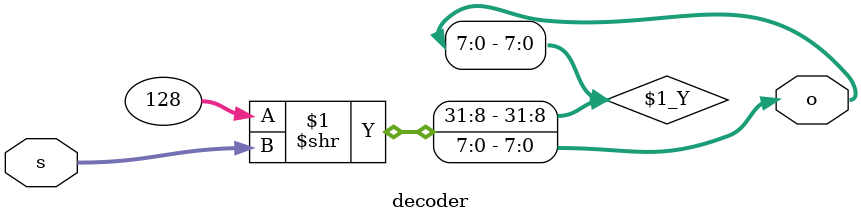
<source format=v>
`timescale 1ns / 1ps

module decoder(
    input [2:0] s,
    output [7:0] o
    );

assign o = 128>>s;

endmodule

</source>
